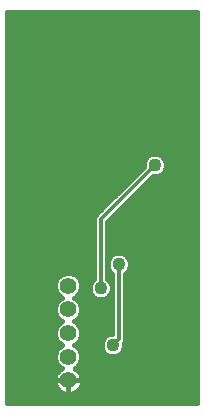
<source format=gbl>
G75*
G70*
%OFA0B0*%
%FSLAX24Y24*%
%IPPOS*%
%LPD*%
%AMOC8*
5,1,8,0,0,1.08239X$1,22.5*
%
%ADD10C,0.0555*%
%ADD11C,0.0160*%
%ADD12C,0.0436*%
%ADD13C,0.0120*%
D10*
X002389Y001105D03*
X002389Y001893D03*
X002389Y002680D03*
X002389Y003467D03*
X002389Y004255D03*
D11*
X000360Y000360D02*
X000360Y013396D01*
X006670Y013396D01*
X006670Y000360D01*
X000360Y000360D01*
X000360Y000447D02*
X006670Y000447D01*
X006670Y000605D02*
X000360Y000605D01*
X000360Y000764D02*
X002083Y000764D01*
X002091Y000756D02*
X002149Y000714D01*
X002213Y000681D01*
X002282Y000659D01*
X002353Y000648D01*
X002389Y000648D01*
X002425Y000648D01*
X002496Y000659D01*
X002564Y000681D01*
X002628Y000714D01*
X002687Y000756D01*
X002738Y000807D01*
X002780Y000865D01*
X002813Y000930D01*
X002835Y000998D01*
X002846Y001069D01*
X002846Y001105D01*
X002389Y001105D01*
X002389Y001105D01*
X002389Y000648D01*
X002389Y001105D01*
X002389Y001105D01*
X002846Y001105D01*
X002846Y001141D01*
X002835Y001212D01*
X002813Y001281D01*
X002780Y001345D01*
X002738Y001403D01*
X002687Y001454D01*
X002628Y001496D01*
X002605Y001509D01*
X002636Y001522D01*
X002760Y001645D01*
X002826Y001806D01*
X002826Y001980D01*
X002760Y002140D01*
X002636Y002263D01*
X002581Y002286D01*
X002636Y002309D01*
X002760Y002432D01*
X002826Y002593D01*
X002826Y002767D01*
X002760Y002928D01*
X002636Y003051D01*
X002581Y003074D01*
X002636Y003097D01*
X002760Y003220D01*
X002826Y003380D01*
X002826Y003554D01*
X002760Y003715D01*
X002636Y003838D01*
X002581Y003861D01*
X002636Y003884D01*
X002760Y004007D01*
X002826Y004168D01*
X002826Y004342D01*
X002760Y004503D01*
X002636Y004626D01*
X002476Y004692D01*
X002302Y004692D01*
X002141Y004626D01*
X002018Y004503D01*
X001951Y004342D01*
X001951Y004168D01*
X002018Y004007D01*
X002141Y003884D01*
X002196Y003861D01*
X002141Y003838D01*
X002018Y003715D01*
X001951Y003554D01*
X001951Y003380D01*
X002018Y003220D01*
X002141Y003097D01*
X002196Y003074D01*
X002141Y003051D01*
X002018Y002928D01*
X001951Y002767D01*
X001951Y002593D01*
X002018Y002432D01*
X002141Y002309D01*
X002196Y002286D01*
X002141Y002263D01*
X002018Y002140D01*
X001951Y001980D01*
X001951Y001806D01*
X002018Y001645D01*
X002141Y001522D01*
X002173Y001509D01*
X002149Y001496D01*
X002091Y001454D01*
X002040Y001403D01*
X001997Y001345D01*
X001965Y001281D01*
X001942Y001212D01*
X001931Y001141D01*
X001931Y001105D01*
X001931Y001069D01*
X001942Y000998D01*
X001965Y000930D01*
X001997Y000865D01*
X002040Y000807D01*
X002091Y000756D01*
X001969Y000922D02*
X000360Y000922D01*
X000360Y001081D02*
X001931Y001081D01*
X001931Y001105D02*
X002389Y001105D01*
X002389Y001105D01*
X001931Y001105D01*
X001951Y001239D02*
X000360Y001239D01*
X000360Y001398D02*
X002036Y001398D01*
X002107Y001556D02*
X000360Y001556D01*
X000360Y001715D02*
X001989Y001715D01*
X001951Y001873D02*
X000360Y001873D01*
X000360Y002032D02*
X001973Y002032D01*
X002067Y002190D02*
X000360Y002190D01*
X000360Y002349D02*
X002101Y002349D01*
X001987Y002507D02*
X000360Y002507D01*
X000360Y002666D02*
X001951Y002666D01*
X001975Y002824D02*
X000360Y002824D01*
X000360Y002983D02*
X002072Y002983D01*
X002096Y003141D02*
X000360Y003141D01*
X000360Y003300D02*
X001985Y003300D01*
X001951Y003458D02*
X000360Y003458D01*
X000360Y003617D02*
X001977Y003617D01*
X002078Y003775D02*
X000360Y003775D01*
X000360Y003934D02*
X002091Y003934D01*
X001983Y004092D02*
X000360Y004092D01*
X000360Y004251D02*
X001951Y004251D01*
X001979Y004409D02*
X000360Y004409D01*
X000360Y004568D02*
X002083Y004568D01*
X002695Y004568D02*
X003260Y004568D01*
X003260Y004495D02*
X003159Y004394D01*
X003102Y004255D01*
X003102Y004105D01*
X003159Y003966D01*
X003266Y003859D01*
X003405Y003802D01*
X003555Y003802D01*
X003694Y003859D01*
X003801Y003966D01*
X003858Y004105D01*
X003858Y004255D01*
X003801Y004394D01*
X003700Y004495D01*
X003700Y006389D01*
X005213Y007902D01*
X005355Y007902D01*
X005494Y007959D01*
X005601Y008066D01*
X005658Y008205D01*
X005658Y008355D01*
X005601Y008494D01*
X005494Y008601D01*
X005355Y008658D01*
X005205Y008658D01*
X005066Y008601D01*
X004959Y008494D01*
X004902Y008355D01*
X004902Y008213D01*
X003260Y006571D01*
X003260Y004495D01*
X003174Y004409D02*
X002798Y004409D01*
X002826Y004251D02*
X003102Y004251D01*
X003107Y004092D02*
X002795Y004092D01*
X002686Y003934D02*
X003192Y003934D01*
X002800Y003617D02*
X003860Y003617D01*
X003860Y003775D02*
X002700Y003775D01*
X002826Y003458D02*
X003860Y003458D01*
X003860Y003300D02*
X002793Y003300D01*
X002681Y003141D02*
X003860Y003141D01*
X003860Y002983D02*
X002705Y002983D01*
X002803Y002824D02*
X003860Y002824D01*
X003860Y002666D02*
X002826Y002666D01*
X002791Y002507D02*
X003572Y002507D01*
X003559Y002494D02*
X003502Y002355D01*
X003502Y002205D01*
X003559Y002066D01*
X003666Y001959D01*
X003805Y001902D01*
X003955Y001902D01*
X004094Y001959D01*
X004201Y002066D01*
X004258Y002205D01*
X004258Y002347D01*
X004300Y002389D01*
X004300Y004665D01*
X004401Y004766D01*
X004458Y004905D01*
X004458Y005055D01*
X004401Y005194D01*
X004294Y005301D01*
X004155Y005358D01*
X004005Y005358D01*
X003866Y005301D01*
X003759Y005194D01*
X003702Y005055D01*
X003702Y004905D01*
X003759Y004766D01*
X003860Y004665D01*
X003860Y002658D01*
X003805Y002658D01*
X003666Y002601D01*
X003559Y002494D01*
X003502Y002349D02*
X002676Y002349D01*
X002710Y002190D02*
X003508Y002190D01*
X003594Y002032D02*
X002805Y002032D01*
X002826Y001873D02*
X006670Y001873D01*
X006670Y001715D02*
X002788Y001715D01*
X002671Y001556D02*
X006670Y001556D01*
X006670Y001398D02*
X002742Y001398D01*
X002826Y001239D02*
X006670Y001239D01*
X006670Y001081D02*
X002846Y001081D01*
X002809Y000922D02*
X006670Y000922D01*
X006670Y000764D02*
X002694Y000764D01*
X002389Y000764D02*
X002389Y000764D01*
X002389Y000922D02*
X002389Y000922D01*
X002389Y001081D02*
X002389Y001081D01*
X004166Y002032D02*
X006670Y002032D01*
X006670Y002190D02*
X004252Y002190D01*
X004260Y002349D02*
X006670Y002349D01*
X006670Y002507D02*
X004300Y002507D01*
X004300Y002666D02*
X006670Y002666D01*
X006670Y002824D02*
X004300Y002824D01*
X004300Y002983D02*
X006670Y002983D01*
X006670Y003141D02*
X004300Y003141D01*
X004300Y003300D02*
X006670Y003300D01*
X006670Y003458D02*
X004300Y003458D01*
X004300Y003617D02*
X006670Y003617D01*
X006670Y003775D02*
X004300Y003775D01*
X004300Y003934D02*
X006670Y003934D01*
X006670Y004092D02*
X004300Y004092D01*
X004300Y004251D02*
X006670Y004251D01*
X006670Y004409D02*
X004300Y004409D01*
X004300Y004568D02*
X006670Y004568D01*
X006670Y004726D02*
X004361Y004726D01*
X004450Y004885D02*
X006670Y004885D01*
X006670Y005043D02*
X004458Y005043D01*
X004393Y005202D02*
X006670Y005202D01*
X006670Y005360D02*
X003700Y005360D01*
X003700Y005202D02*
X003767Y005202D01*
X003702Y005043D02*
X003700Y005043D01*
X003700Y004885D02*
X003710Y004885D01*
X003700Y004726D02*
X003799Y004726D01*
X003860Y004568D02*
X003700Y004568D01*
X003786Y004409D02*
X003860Y004409D01*
X003858Y004251D02*
X003860Y004251D01*
X003853Y004092D02*
X003860Y004092D01*
X003860Y003934D02*
X003768Y003934D01*
X003260Y004726D02*
X000360Y004726D01*
X000360Y004885D02*
X003260Y004885D01*
X003260Y005043D02*
X000360Y005043D01*
X000360Y005202D02*
X003260Y005202D01*
X003260Y005360D02*
X000360Y005360D01*
X000360Y005519D02*
X003260Y005519D01*
X003260Y005677D02*
X000360Y005677D01*
X000360Y005836D02*
X003260Y005836D01*
X003260Y005994D02*
X000360Y005994D01*
X000360Y006153D02*
X003260Y006153D01*
X003260Y006311D02*
X000360Y006311D01*
X000360Y006470D02*
X003260Y006470D01*
X003317Y006628D02*
X000360Y006628D01*
X000360Y006787D02*
X003475Y006787D01*
X003634Y006945D02*
X000360Y006945D01*
X000360Y007104D02*
X003792Y007104D01*
X003951Y007262D02*
X000360Y007262D01*
X000360Y007421D02*
X004109Y007421D01*
X004268Y007579D02*
X000360Y007579D01*
X000360Y007738D02*
X004426Y007738D01*
X004585Y007896D02*
X000360Y007896D01*
X000360Y008055D02*
X004743Y008055D01*
X004902Y008213D02*
X000360Y008213D01*
X000360Y008372D02*
X004909Y008372D01*
X004995Y008530D02*
X000360Y008530D01*
X000360Y008689D02*
X006670Y008689D01*
X006670Y008847D02*
X000360Y008847D01*
X000360Y009006D02*
X006670Y009006D01*
X006670Y009164D02*
X000360Y009164D01*
X000360Y009323D02*
X006670Y009323D01*
X006670Y009481D02*
X000360Y009481D01*
X000360Y009640D02*
X006670Y009640D01*
X006670Y009798D02*
X000360Y009798D01*
X000360Y009957D02*
X006670Y009957D01*
X006670Y010115D02*
X000360Y010115D01*
X000360Y010274D02*
X006670Y010274D01*
X006670Y010432D02*
X000360Y010432D01*
X000360Y010591D02*
X006670Y010591D01*
X006670Y010749D02*
X000360Y010749D01*
X000360Y010908D02*
X006670Y010908D01*
X006670Y011066D02*
X000360Y011066D01*
X000360Y011225D02*
X006670Y011225D01*
X006670Y011383D02*
X000360Y011383D01*
X000360Y011542D02*
X006670Y011542D01*
X006670Y011700D02*
X000360Y011700D01*
X000360Y011859D02*
X006670Y011859D01*
X006670Y012017D02*
X000360Y012017D01*
X000360Y012176D02*
X006670Y012176D01*
X006670Y012334D02*
X000360Y012334D01*
X000360Y012493D02*
X006670Y012493D01*
X006670Y012651D02*
X000360Y012651D01*
X000360Y012810D02*
X006670Y012810D01*
X006670Y012968D02*
X000360Y012968D01*
X000360Y013127D02*
X006670Y013127D01*
X006670Y013285D02*
X000360Y013285D01*
X004256Y006945D02*
X006670Y006945D01*
X006670Y006787D02*
X004098Y006787D01*
X003939Y006628D02*
X006670Y006628D01*
X006670Y006470D02*
X003781Y006470D01*
X003700Y006311D02*
X006670Y006311D01*
X006670Y006153D02*
X003700Y006153D01*
X003700Y005994D02*
X006670Y005994D01*
X006670Y005836D02*
X003700Y005836D01*
X003700Y005677D02*
X006670Y005677D01*
X006670Y005519D02*
X003700Y005519D01*
X004415Y007104D02*
X006670Y007104D01*
X006670Y007262D02*
X004573Y007262D01*
X004732Y007421D02*
X006670Y007421D01*
X006670Y007579D02*
X004890Y007579D01*
X005049Y007738D02*
X006670Y007738D01*
X006670Y007896D02*
X005207Y007896D01*
X005565Y008530D02*
X006670Y008530D01*
X006670Y008372D02*
X005651Y008372D01*
X005658Y008213D02*
X006670Y008213D01*
X006670Y008055D02*
X005589Y008055D01*
D12*
X005280Y008280D03*
X005780Y006180D03*
X004080Y004980D03*
X003480Y004180D03*
X002480Y005280D03*
X003880Y002280D03*
D13*
X004080Y002480D01*
X004080Y004980D01*
X003480Y004180D02*
X003480Y006480D01*
X005280Y008280D01*
M02*

</source>
